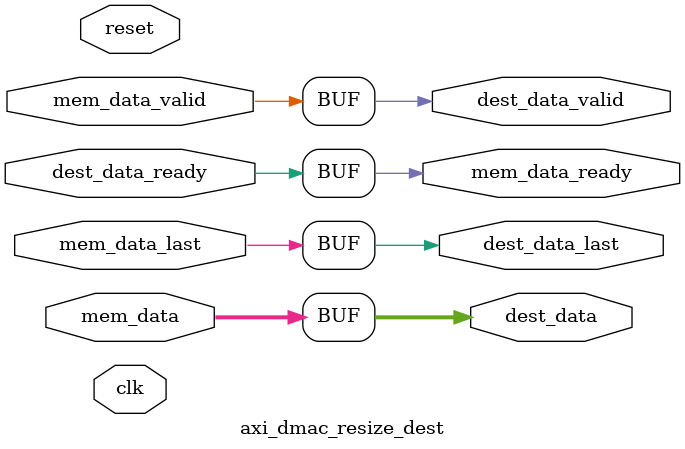
<source format=v>
module axi_dmac_resize_dest #(
  parameter DATA_WIDTH_DEST = 64,
  parameter DATA_WIDTH_MEM = 64
) (
  input clk,
  input reset,
  input mem_data_valid,
  output mem_data_ready,
  input [DATA_WIDTH_MEM-1:0] mem_data,
  input mem_data_last,
  output dest_data_valid,
  input dest_data_ready,
  output [DATA_WIDTH_DEST-1:0] dest_data,
  output dest_data_last
);
generate if (DATA_WIDTH_DEST == DATA_WIDTH_MEM)  begin
  assign dest_data_valid = mem_data_valid;
  assign dest_data = mem_data;
  assign dest_data_last = mem_data_last;
  assign mem_data_ready = dest_data_ready;
end else begin
  localparam RATIO = DATA_WIDTH_MEM / DATA_WIDTH_DEST;
  reg [$clog2(RATIO)-1:0] count = 'h0;
  reg valid = 1'b0;
  reg [RATIO-1:0] last = 'h0;
  reg [DATA_WIDTH_MEM-1:0] data = 'h0;
  wire last_beat;
  assign last_beat = count == RATIO - 1;
  always @(posedge clk) begin
    if (reset == 1'b1) begin
      valid <= 1'b0;
    end else if (mem_data_valid == 1'b1) begin
      valid <= 1'b1;
    end else if (last_beat == 1'b1 && dest_data_ready == 1'b1) begin
      valid <= 1'b0;
    end
  end
  always @(posedge clk) begin
    if (reset == 1'b1) begin
      count <= 'h0;
    end else if (dest_data_ready == 1'b1 && dest_data_valid == 1'b1) begin
      count <= count + 1;
    end
  end
  assign mem_data_ready = ~valid | (dest_data_ready & last_beat);
  always @(posedge clk) begin
    if (mem_data_ready == 1'b1) begin
      data <= mem_data;
      last <= {mem_data_last,{RATIO-1{1'b0}}};
    end else if (dest_data_ready == 1'b1) begin
      data[DATA_WIDTH_MEM-DATA_WIDTH_DEST-1:0] <= data[DATA_WIDTH_MEM-1:DATA_WIDTH_DEST];
      last[RATIO-2:0] <= last[RATIO-1:1];
    end
  end
  assign dest_data_valid = valid;
  assign dest_data = data[DATA_WIDTH_DEST-1:0];
  assign dest_data_last = last[0];
end endgenerate
endmodule
</source>
